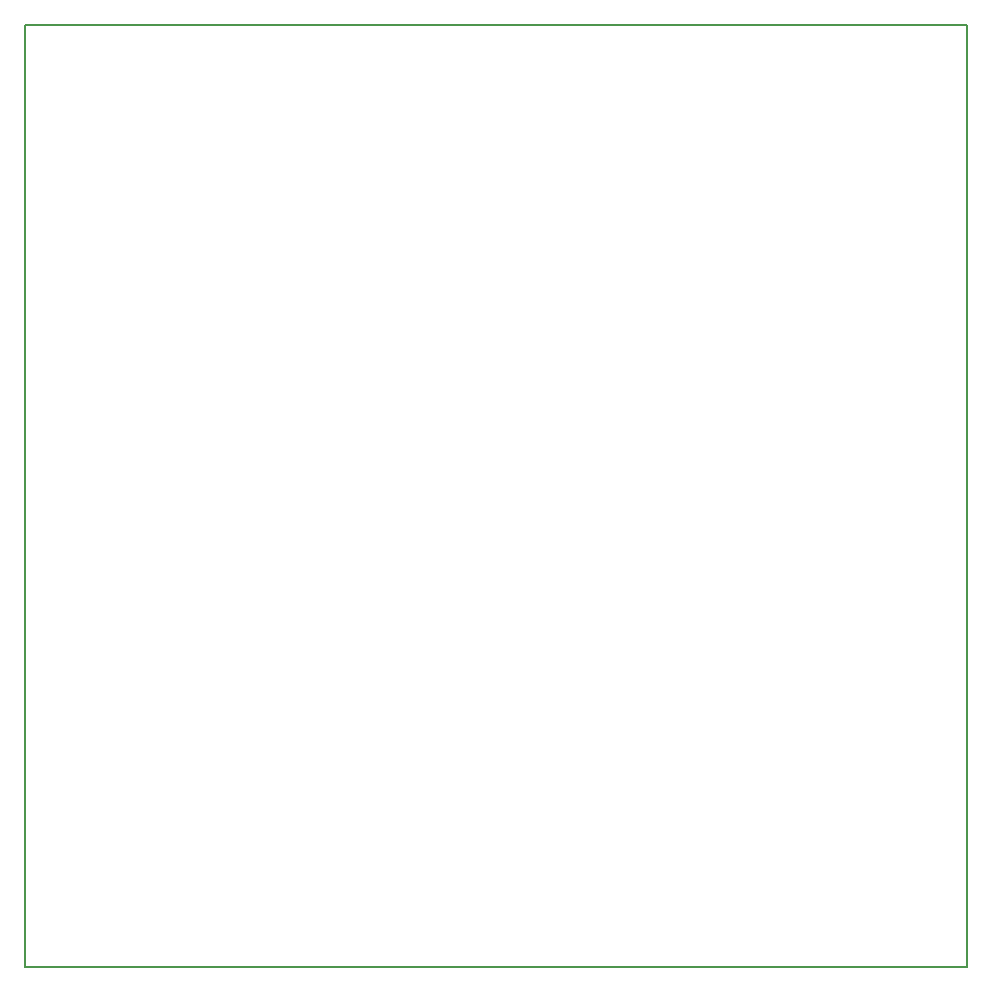
<source format=gbo>
G04 MADE WITH FRITZING*
G04 WWW.FRITZING.ORG*
G04 DOUBLE SIDED*
G04 HOLES PLATED*
G04 CONTOUR ON CENTER OF CONTOUR VECTOR*
%ASAXBY*%
%FSLAX23Y23*%
%MOIN*%
%OFA0B0*%
%SFA1.0B1.0*%
%ADD10R,3.149610X3.149610X3.133610X3.133610*%
%ADD11C,0.008000*%
%LNSILK0*%
G90*
G70*
G54D11*
X4Y3146D02*
X3146Y3146D01*
X3146Y4D01*
X4Y4D01*
X4Y3146D01*
D02*
G04 End of Silk0*
M02*
</source>
